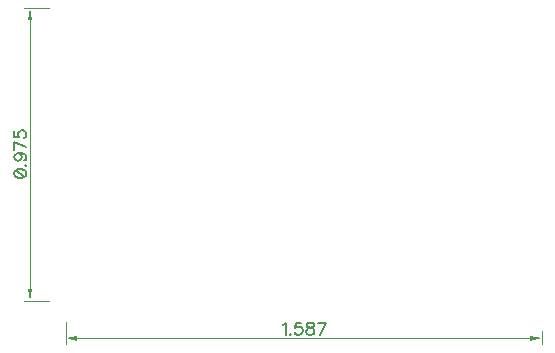
<source format=gbr>
G04 DipTrace 2.4.0.2*
%INTopDimension.gbr*%
%MOIN*%
%ADD13C,0.0015*%
%ADD41C,0.0062*%
%FSLAX44Y44*%
G04*
G70*
G90*
G75*
G01*
%LNTopDimension*%
%LPD*%
X3940Y3253D2*
D13*
Y2493D1*
X19815Y2940D2*
Y2493D1*
X11878Y2690D2*
X4334D1*
G36*
X3940D2*
X4334Y2769D1*
Y2611D1*
X3940Y2690D1*
G37*
X11878D2*
D13*
X19421D1*
G36*
X19815D2*
X19421Y2611D1*
Y2769D1*
X19815Y2690D1*
G37*
X3377Y13692D2*
D13*
X2555D1*
X3377Y3940D2*
X2555D1*
X2751Y8816D2*
Y13298D1*
G36*
Y13692D2*
X2830Y13298D1*
X2673D1*
X2751Y13692D1*
G37*
Y8816D2*
D13*
Y4334D1*
G36*
Y3940D2*
X2673Y4334D1*
X2830D1*
X2751Y3940D1*
G37*
X11192Y3137D2*
D41*
X11231Y3157D1*
X11288Y3214D1*
Y2812D1*
X11431Y2851D2*
X11412Y2831D1*
X11431Y2812D1*
X11450Y2831D1*
X11431Y2851D1*
X11803Y3214D2*
X11612D1*
X11593Y3042D1*
X11612Y3061D1*
X11670Y3080D1*
X11727D1*
X11784Y3061D1*
X11823Y3023D1*
X11842Y2965D1*
Y2927D1*
X11823Y2870D1*
X11784Y2831D1*
X11727Y2812D1*
X11670D1*
X11612Y2831D1*
X11593Y2851D1*
X11574Y2889D1*
X12061Y3214D2*
X12004Y3195D1*
X11984Y3157D1*
Y3118D1*
X12004Y3080D1*
X12042Y3061D1*
X12118Y3042D1*
X12176Y3023D1*
X12214Y2984D1*
X12233Y2946D1*
Y2889D1*
X12214Y2851D1*
X12195Y2831D1*
X12137Y2812D1*
X12061D1*
X12004Y2831D1*
X11984Y2851D1*
X11965Y2889D1*
Y2946D1*
X11984Y2984D1*
X12023Y3023D1*
X12080Y3042D1*
X12156Y3061D1*
X12195Y3080D1*
X12214Y3118D1*
Y3157D1*
X12195Y3195D1*
X12137Y3214D1*
X12061D1*
X12433Y2812D2*
X12624Y3214D1*
X12356D1*
X2228Y8169D2*
X2247Y8112D1*
X2304Y8073D1*
X2400Y8054D1*
X2457D1*
X2553Y8073D1*
X2610Y8112D1*
X2629Y8169D1*
Y8207D1*
X2610Y8265D1*
X2553Y8303D1*
X2457Y8322D1*
X2400D1*
X2304Y8303D1*
X2247Y8265D1*
X2228Y8207D1*
Y8169D1*
X2304Y8303D2*
X2553Y8073D1*
X2591Y8465D2*
X2610Y8446D1*
X2629Y8465D1*
X2610Y8484D1*
X2591Y8465D1*
X2361Y8857D2*
X2419Y8837D1*
X2457Y8799D1*
X2476Y8742D1*
Y8723D1*
X2457Y8665D1*
X2419Y8627D1*
X2361Y8608D1*
X2342D1*
X2285Y8627D1*
X2247Y8665D1*
X2228Y8723D1*
Y8742D1*
X2247Y8799D1*
X2285Y8837D1*
X2361Y8857D1*
X2457D1*
X2553Y8837D1*
X2610Y8799D1*
X2629Y8742D1*
Y8704D1*
X2610Y8646D1*
X2572Y8627D1*
X2629Y9057D2*
X2228Y9248D1*
Y8980D1*
Y9601D2*
Y9410D1*
X2400Y9391D1*
X2381Y9410D1*
X2361Y9468D1*
Y9525D1*
X2381Y9582D1*
X2419Y9621D1*
X2476Y9640D1*
X2514D1*
X2572Y9621D1*
X2610Y9582D1*
X2629Y9525D1*
Y9468D1*
X2610Y9410D1*
X2591Y9391D1*
X2553Y9372D1*
M02*

</source>
